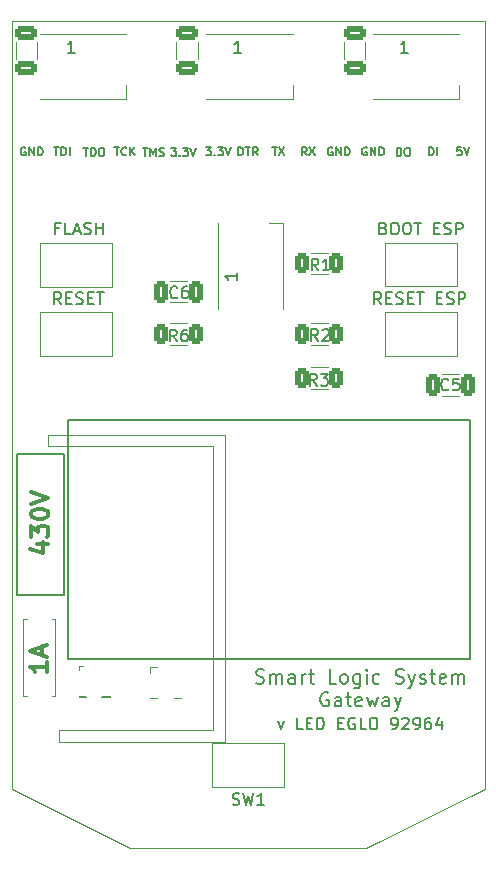
<source format=gto>
G04 #@! TF.GenerationSoftware,KiCad,Pcbnew,5.99.0-unknown-4594d88417~130~ubuntu20.04.1*
G04 #@! TF.CreationDate,2021-07-04T17:01:16+02:00*
G04 #@! TF.ProjectId,SLS,534c532e-6b69-4636-9164-5f7063625858,rev?*
G04 #@! TF.SameCoordinates,Original*
G04 #@! TF.FileFunction,Legend,Top*
G04 #@! TF.FilePolarity,Positive*
%FSLAX46Y46*%
G04 Gerber Fmt 4.6, Leading zero omitted, Abs format (unit mm)*
G04 Created by KiCad (PCBNEW 5.99.0-unknown-4594d88417~130~ubuntu20.04.1) date 2021-07-04 17:01:16*
%MOMM*%
%LPD*%
G01*
G04 APERTURE LIST*
G04 Aperture macros list*
%AMRoundRect*
0 Rectangle with rounded corners*
0 $1 Rounding radius*
0 $2 $3 $4 $5 $6 $7 $8 $9 X,Y pos of 4 corners*
0 Add a 4 corners polygon primitive as box body*
4,1,4,$2,$3,$4,$5,$6,$7,$8,$9,$2,$3,0*
0 Add four circle primitives for the rounded corners*
1,1,$1+$1,$2,$3*
1,1,$1+$1,$4,$5*
1,1,$1+$1,$6,$7*
1,1,$1+$1,$8,$9*
0 Add four rect primitives between the rounded corners*
20,1,$1+$1,$2,$3,$4,$5,0*
20,1,$1+$1,$4,$5,$6,$7,0*
20,1,$1+$1,$6,$7,$8,$9,0*
20,1,$1+$1,$8,$9,$2,$3,0*%
G04 Aperture macros list end*
G04 #@! TA.AperFunction,Profile*
%ADD10C,0.050000*%
G04 #@! TD*
%ADD11C,0.150000*%
%ADD12C,0.300000*%
%ADD13C,0.120000*%
%ADD14C,0.200000*%
%ADD15RoundRect,0.250000X-0.650000X0.325000X-0.650000X-0.325000X0.650000X-0.325000X0.650000X0.325000X0*%
%ADD16R,1.500000X1.500000*%
%ADD17R,1.500000X1.000000*%
%ADD18C,3.000000*%
%ADD19RoundRect,0.250000X-0.325000X-0.650000X0.325000X-0.650000X0.325000X0.650000X-0.325000X0.650000X0*%
%ADD20RoundRect,0.250000X-0.312500X-0.625000X0.312500X-0.625000X0.312500X0.625000X-0.312500X0.625000X0*%
%ADD21C,1.800000*%
%ADD22C,1.600000*%
%ADD23O,1.600000X1.600000*%
%ADD24C,1.524000*%
%ADD25RoundRect,0.250000X0.312500X0.625000X-0.312500X0.625000X-0.312500X-0.625000X0.312500X-0.625000X0*%
%ADD26R,1.000000X1.500000*%
%ADD27RoundRect,0.250000X0.325000X0.650000X-0.325000X0.650000X-0.325000X-0.650000X0.325000X-0.650000X0*%
%ADD28R,1.700000X1.700000*%
%ADD29O,1.700000X1.700000*%
G04 APERTURE END LIST*
D10*
X47000000Y-76000000D02*
X33000000Y-76000000D01*
X30000000Y-105000000D02*
X30000000Y-40000000D01*
X48000000Y-101000000D02*
X34000000Y-101000000D01*
X70000000Y-105000000D02*
X60000000Y-110000000D01*
X40000000Y-110000000D02*
X30000000Y-105000000D01*
X48000000Y-75000000D02*
X48000000Y-101000000D01*
X33000000Y-76000000D02*
X33000000Y-75000000D01*
X30000000Y-40000000D02*
X70000000Y-40000000D01*
X33000000Y-75000000D02*
X48000000Y-75000000D01*
X34000000Y-101000000D02*
X34000000Y-100000000D01*
X70000000Y-40000000D02*
X70000000Y-105000000D01*
X60000000Y-110000000D02*
X40000000Y-110000000D01*
X34000000Y-100000000D02*
X47000000Y-100000000D01*
X47000000Y-100000000D02*
X47000000Y-76000000D01*
D11*
X41066666Y-50716666D02*
X41466666Y-50716666D01*
X41266666Y-51416666D02*
X41266666Y-50716666D01*
X41700000Y-51416666D02*
X41700000Y-50716666D01*
X41933333Y-51216666D01*
X42166666Y-50716666D01*
X42166666Y-51416666D01*
X42466666Y-51383333D02*
X42566666Y-51416666D01*
X42733333Y-51416666D01*
X42800000Y-51383333D01*
X42833333Y-51350000D01*
X42866666Y-51283333D01*
X42866666Y-51216666D01*
X42833333Y-51150000D01*
X42800000Y-51116666D01*
X42733333Y-51083333D01*
X42600000Y-51050000D01*
X42533333Y-51016666D01*
X42500000Y-50983333D01*
X42466666Y-50916666D01*
X42466666Y-50850000D01*
X42500000Y-50783333D01*
X42533333Y-50750000D01*
X42600000Y-50716666D01*
X42766666Y-50716666D01*
X42866666Y-50750000D01*
X61433333Y-57528571D02*
X61576190Y-57576190D01*
X61623809Y-57623809D01*
X61671428Y-57719047D01*
X61671428Y-57861904D01*
X61623809Y-57957142D01*
X61576190Y-58004761D01*
X61480952Y-58052380D01*
X61100000Y-58052380D01*
X61100000Y-57052380D01*
X61433333Y-57052380D01*
X61528571Y-57100000D01*
X61576190Y-57147619D01*
X61623809Y-57242857D01*
X61623809Y-57338095D01*
X61576190Y-57433333D01*
X61528571Y-57480952D01*
X61433333Y-57528571D01*
X61100000Y-57528571D01*
X62290476Y-57052380D02*
X62480952Y-57052380D01*
X62576190Y-57100000D01*
X62671428Y-57195238D01*
X62719047Y-57385714D01*
X62719047Y-57719047D01*
X62671428Y-57909523D01*
X62576190Y-58004761D01*
X62480952Y-58052380D01*
X62290476Y-58052380D01*
X62195238Y-58004761D01*
X62100000Y-57909523D01*
X62052380Y-57719047D01*
X62052380Y-57385714D01*
X62100000Y-57195238D01*
X62195238Y-57100000D01*
X62290476Y-57052380D01*
X63338095Y-57052380D02*
X63528571Y-57052380D01*
X63623809Y-57100000D01*
X63719047Y-57195238D01*
X63766666Y-57385714D01*
X63766666Y-57719047D01*
X63719047Y-57909523D01*
X63623809Y-58004761D01*
X63528571Y-58052380D01*
X63338095Y-58052380D01*
X63242857Y-58004761D01*
X63147619Y-57909523D01*
X63100000Y-57719047D01*
X63100000Y-57385714D01*
X63147619Y-57195238D01*
X63242857Y-57100000D01*
X63338095Y-57052380D01*
X64052380Y-57052380D02*
X64623809Y-57052380D01*
X64338095Y-58052380D02*
X64338095Y-57052380D01*
X65719047Y-57528571D02*
X66052380Y-57528571D01*
X66195238Y-58052380D02*
X65719047Y-58052380D01*
X65719047Y-57052380D01*
X66195238Y-57052380D01*
X66576190Y-58004761D02*
X66719047Y-58052380D01*
X66957142Y-58052380D01*
X67052380Y-58004761D01*
X67100000Y-57957142D01*
X67147619Y-57861904D01*
X67147619Y-57766666D01*
X67100000Y-57671428D01*
X67052380Y-57623809D01*
X66957142Y-57576190D01*
X66766666Y-57528571D01*
X66671428Y-57480952D01*
X66623809Y-57433333D01*
X66576190Y-57338095D01*
X66576190Y-57242857D01*
X66623809Y-57147619D01*
X66671428Y-57100000D01*
X66766666Y-57052380D01*
X67004761Y-57052380D01*
X67147619Y-57100000D01*
X67576190Y-58052380D02*
X67576190Y-57052380D01*
X67957142Y-57052380D01*
X68052380Y-57100000D01*
X68100000Y-57147619D01*
X68147619Y-57242857D01*
X68147619Y-57385714D01*
X68100000Y-57480952D01*
X68052380Y-57528571D01*
X67957142Y-57576190D01*
X67576190Y-57576190D01*
X62550000Y-51416666D02*
X62550000Y-50716666D01*
X62716666Y-50716666D01*
X62816666Y-50750000D01*
X62883333Y-50816666D01*
X62916666Y-50883333D01*
X62950000Y-51016666D01*
X62950000Y-51116666D01*
X62916666Y-51250000D01*
X62883333Y-51316666D01*
X62816666Y-51383333D01*
X62716666Y-51416666D01*
X62550000Y-51416666D01*
X63383333Y-50716666D02*
X63516666Y-50716666D01*
X63583333Y-50750000D01*
X63650000Y-50816666D01*
X63683333Y-50950000D01*
X63683333Y-51183333D01*
X63650000Y-51316666D01*
X63583333Y-51383333D01*
X63516666Y-51416666D01*
X63383333Y-51416666D01*
X63316666Y-51383333D01*
X63250000Y-51316666D01*
X63216666Y-51183333D01*
X63216666Y-50950000D01*
X63250000Y-50816666D01*
X63316666Y-50750000D01*
X63383333Y-50716666D01*
X52016666Y-50666666D02*
X52416666Y-50666666D01*
X52216666Y-51366666D02*
X52216666Y-50666666D01*
X52583333Y-50666666D02*
X53050000Y-51366666D01*
X53050000Y-50666666D02*
X52583333Y-51366666D01*
X46416666Y-50666666D02*
X46850000Y-50666666D01*
X46616666Y-50933333D01*
X46716666Y-50933333D01*
X46783333Y-50966666D01*
X46816666Y-51000000D01*
X46850000Y-51066666D01*
X46850000Y-51233333D01*
X46816666Y-51300000D01*
X46783333Y-51333333D01*
X46716666Y-51366666D01*
X46516666Y-51366666D01*
X46450000Y-51333333D01*
X46416666Y-51300000D01*
X47150000Y-51300000D02*
X47183333Y-51333333D01*
X47150000Y-51366666D01*
X47116666Y-51333333D01*
X47150000Y-51300000D01*
X47150000Y-51366666D01*
X47416666Y-50666666D02*
X47850000Y-50666666D01*
X47616666Y-50933333D01*
X47716666Y-50933333D01*
X47783333Y-50966666D01*
X47816666Y-51000000D01*
X47850000Y-51066666D01*
X47850000Y-51233333D01*
X47816666Y-51300000D01*
X47783333Y-51333333D01*
X47716666Y-51366666D01*
X47516666Y-51366666D01*
X47450000Y-51333333D01*
X47416666Y-51300000D01*
X48050000Y-50666666D02*
X48283333Y-51366666D01*
X48516666Y-50666666D01*
X33533333Y-50666666D02*
X33933333Y-50666666D01*
X33733333Y-51366666D02*
X33733333Y-50666666D01*
X34166666Y-51366666D02*
X34166666Y-50666666D01*
X34333333Y-50666666D01*
X34433333Y-50700000D01*
X34500000Y-50766666D01*
X34533333Y-50833333D01*
X34566666Y-50966666D01*
X34566666Y-51066666D01*
X34533333Y-51200000D01*
X34500000Y-51266666D01*
X34433333Y-51333333D01*
X34333333Y-51366666D01*
X34166666Y-51366666D01*
X34866666Y-51366666D02*
X34866666Y-50666666D01*
D12*
X32978571Y-94214285D02*
X32978571Y-95071428D01*
X32978571Y-94642857D02*
X31478571Y-94642857D01*
X31692857Y-94785714D01*
X31835714Y-94928571D01*
X31907142Y-95071428D01*
X32550000Y-93642857D02*
X32550000Y-92928571D01*
X32978571Y-93785714D02*
X31478571Y-93285714D01*
X32978571Y-92785714D01*
D11*
X68016666Y-50666666D02*
X67683333Y-50666666D01*
X67650000Y-51000000D01*
X67683333Y-50966666D01*
X67750000Y-50933333D01*
X67916666Y-50933333D01*
X67983333Y-50966666D01*
X68016666Y-51000000D01*
X68050000Y-51066666D01*
X68050000Y-51233333D01*
X68016666Y-51300000D01*
X67983333Y-51333333D01*
X67916666Y-51366666D01*
X67750000Y-51366666D01*
X67683333Y-51333333D01*
X67650000Y-51300000D01*
X68250000Y-50666666D02*
X68483333Y-51366666D01*
X68716666Y-50666666D01*
X36033333Y-50716666D02*
X36433333Y-50716666D01*
X36233333Y-51416666D02*
X36233333Y-50716666D01*
X36666666Y-51416666D02*
X36666666Y-50716666D01*
X36833333Y-50716666D01*
X36933333Y-50750000D01*
X37000000Y-50816666D01*
X37033333Y-50883333D01*
X37066666Y-51016666D01*
X37066666Y-51116666D01*
X37033333Y-51250000D01*
X37000000Y-51316666D01*
X36933333Y-51383333D01*
X36833333Y-51416666D01*
X36666666Y-51416666D01*
X37500000Y-50716666D02*
X37633333Y-50716666D01*
X37700000Y-50750000D01*
X37766666Y-50816666D01*
X37800000Y-50950000D01*
X37800000Y-51183333D01*
X37766666Y-51316666D01*
X37700000Y-51383333D01*
X37633333Y-51416666D01*
X37500000Y-51416666D01*
X37433333Y-51383333D01*
X37366666Y-51316666D01*
X37333333Y-51183333D01*
X37333333Y-50950000D01*
X37366666Y-50816666D01*
X37433333Y-50750000D01*
X37500000Y-50716666D01*
X50642857Y-96019714D02*
X50814285Y-96076857D01*
X51100000Y-96076857D01*
X51214285Y-96019714D01*
X51271428Y-95962571D01*
X51328571Y-95848285D01*
X51328571Y-95734000D01*
X51271428Y-95619714D01*
X51214285Y-95562571D01*
X51100000Y-95505428D01*
X50871428Y-95448285D01*
X50757142Y-95391142D01*
X50700000Y-95334000D01*
X50642857Y-95219714D01*
X50642857Y-95105428D01*
X50700000Y-94991142D01*
X50757142Y-94934000D01*
X50871428Y-94876857D01*
X51157142Y-94876857D01*
X51328571Y-94934000D01*
X51842857Y-96076857D02*
X51842857Y-95276857D01*
X51842857Y-95391142D02*
X51900000Y-95334000D01*
X52014285Y-95276857D01*
X52185714Y-95276857D01*
X52300000Y-95334000D01*
X52357142Y-95448285D01*
X52357142Y-96076857D01*
X52357142Y-95448285D02*
X52414285Y-95334000D01*
X52528571Y-95276857D01*
X52700000Y-95276857D01*
X52814285Y-95334000D01*
X52871428Y-95448285D01*
X52871428Y-96076857D01*
X53957142Y-96076857D02*
X53957142Y-95448285D01*
X53900000Y-95334000D01*
X53785714Y-95276857D01*
X53557142Y-95276857D01*
X53442857Y-95334000D01*
X53957142Y-96019714D02*
X53842857Y-96076857D01*
X53557142Y-96076857D01*
X53442857Y-96019714D01*
X53385714Y-95905428D01*
X53385714Y-95791142D01*
X53442857Y-95676857D01*
X53557142Y-95619714D01*
X53842857Y-95619714D01*
X53957142Y-95562571D01*
X54528571Y-96076857D02*
X54528571Y-95276857D01*
X54528571Y-95505428D02*
X54585714Y-95391142D01*
X54642857Y-95334000D01*
X54757142Y-95276857D01*
X54871428Y-95276857D01*
X55100000Y-95276857D02*
X55557142Y-95276857D01*
X55271428Y-94876857D02*
X55271428Y-95905428D01*
X55328571Y-96019714D01*
X55442857Y-96076857D01*
X55557142Y-96076857D01*
X57442857Y-96076857D02*
X56871428Y-96076857D01*
X56871428Y-94876857D01*
X58014285Y-96076857D02*
X57900000Y-96019714D01*
X57842857Y-95962571D01*
X57785714Y-95848285D01*
X57785714Y-95505428D01*
X57842857Y-95391142D01*
X57900000Y-95334000D01*
X58014285Y-95276857D01*
X58185714Y-95276857D01*
X58300000Y-95334000D01*
X58357142Y-95391142D01*
X58414285Y-95505428D01*
X58414285Y-95848285D01*
X58357142Y-95962571D01*
X58300000Y-96019714D01*
X58185714Y-96076857D01*
X58014285Y-96076857D01*
X59442857Y-95276857D02*
X59442857Y-96248285D01*
X59385714Y-96362571D01*
X59328571Y-96419714D01*
X59214285Y-96476857D01*
X59042857Y-96476857D01*
X58928571Y-96419714D01*
X59442857Y-96019714D02*
X59328571Y-96076857D01*
X59100000Y-96076857D01*
X58985714Y-96019714D01*
X58928571Y-95962571D01*
X58871428Y-95848285D01*
X58871428Y-95505428D01*
X58928571Y-95391142D01*
X58985714Y-95334000D01*
X59100000Y-95276857D01*
X59328571Y-95276857D01*
X59442857Y-95334000D01*
X60014285Y-96076857D02*
X60014285Y-95276857D01*
X60014285Y-94876857D02*
X59957142Y-94934000D01*
X60014285Y-94991142D01*
X60071428Y-94934000D01*
X60014285Y-94876857D01*
X60014285Y-94991142D01*
X61100000Y-96019714D02*
X60985714Y-96076857D01*
X60757142Y-96076857D01*
X60642857Y-96019714D01*
X60585714Y-95962571D01*
X60528571Y-95848285D01*
X60528571Y-95505428D01*
X60585714Y-95391142D01*
X60642857Y-95334000D01*
X60757142Y-95276857D01*
X60985714Y-95276857D01*
X61100000Y-95334000D01*
X62471428Y-96019714D02*
X62642857Y-96076857D01*
X62928571Y-96076857D01*
X63042857Y-96019714D01*
X63100000Y-95962571D01*
X63157142Y-95848285D01*
X63157142Y-95734000D01*
X63100000Y-95619714D01*
X63042857Y-95562571D01*
X62928571Y-95505428D01*
X62700000Y-95448285D01*
X62585714Y-95391142D01*
X62528571Y-95334000D01*
X62471428Y-95219714D01*
X62471428Y-95105428D01*
X62528571Y-94991142D01*
X62585714Y-94934000D01*
X62700000Y-94876857D01*
X62985714Y-94876857D01*
X63157142Y-94934000D01*
X63557142Y-95276857D02*
X63842857Y-96076857D01*
X64128571Y-95276857D02*
X63842857Y-96076857D01*
X63728571Y-96362571D01*
X63671428Y-96419714D01*
X63557142Y-96476857D01*
X64528571Y-96019714D02*
X64642857Y-96076857D01*
X64871428Y-96076857D01*
X64985714Y-96019714D01*
X65042857Y-95905428D01*
X65042857Y-95848285D01*
X64985714Y-95734000D01*
X64871428Y-95676857D01*
X64700000Y-95676857D01*
X64585714Y-95619714D01*
X64528571Y-95505428D01*
X64528571Y-95448285D01*
X64585714Y-95334000D01*
X64700000Y-95276857D01*
X64871428Y-95276857D01*
X64985714Y-95334000D01*
X65385714Y-95276857D02*
X65842857Y-95276857D01*
X65557142Y-94876857D02*
X65557142Y-95905428D01*
X65614285Y-96019714D01*
X65728571Y-96076857D01*
X65842857Y-96076857D01*
X66700000Y-96019714D02*
X66585714Y-96076857D01*
X66357142Y-96076857D01*
X66242857Y-96019714D01*
X66185714Y-95905428D01*
X66185714Y-95448285D01*
X66242857Y-95334000D01*
X66357142Y-95276857D01*
X66585714Y-95276857D01*
X66700000Y-95334000D01*
X66757142Y-95448285D01*
X66757142Y-95562571D01*
X66185714Y-95676857D01*
X67271428Y-96076857D02*
X67271428Y-95276857D01*
X67271428Y-95391142D02*
X67328571Y-95334000D01*
X67442857Y-95276857D01*
X67614285Y-95276857D01*
X67728571Y-95334000D01*
X67785714Y-95448285D01*
X67785714Y-96076857D01*
X67785714Y-95448285D02*
X67842857Y-95334000D01*
X67957142Y-95276857D01*
X68128571Y-95276857D01*
X68242857Y-95334000D01*
X68300000Y-95448285D01*
X68300000Y-96076857D01*
X56785714Y-96866000D02*
X56671428Y-96808857D01*
X56499999Y-96808857D01*
X56328571Y-96866000D01*
X56214285Y-96980285D01*
X56157142Y-97094571D01*
X56099999Y-97323142D01*
X56099999Y-97494571D01*
X56157142Y-97723142D01*
X56214285Y-97837428D01*
X56328571Y-97951714D01*
X56499999Y-98008857D01*
X56614285Y-98008857D01*
X56785714Y-97951714D01*
X56842857Y-97894571D01*
X56842857Y-97494571D01*
X56614285Y-97494571D01*
X57871428Y-98008857D02*
X57871428Y-97380285D01*
X57814285Y-97266000D01*
X57699999Y-97208857D01*
X57471428Y-97208857D01*
X57357142Y-97266000D01*
X57871428Y-97951714D02*
X57757142Y-98008857D01*
X57471428Y-98008857D01*
X57357142Y-97951714D01*
X57299999Y-97837428D01*
X57299999Y-97723142D01*
X57357142Y-97608857D01*
X57471428Y-97551714D01*
X57757142Y-97551714D01*
X57871428Y-97494571D01*
X58271428Y-97208857D02*
X58728571Y-97208857D01*
X58442857Y-96808857D02*
X58442857Y-97837428D01*
X58499999Y-97951714D01*
X58614285Y-98008857D01*
X58728571Y-98008857D01*
X59585714Y-97951714D02*
X59471428Y-98008857D01*
X59242857Y-98008857D01*
X59128571Y-97951714D01*
X59071428Y-97837428D01*
X59071428Y-97380285D01*
X59128571Y-97266000D01*
X59242857Y-97208857D01*
X59471428Y-97208857D01*
X59585714Y-97266000D01*
X59642857Y-97380285D01*
X59642857Y-97494571D01*
X59071428Y-97608857D01*
X60042857Y-97208857D02*
X60271428Y-98008857D01*
X60499999Y-97437428D01*
X60728571Y-98008857D01*
X60957142Y-97208857D01*
X61928571Y-98008857D02*
X61928571Y-97380285D01*
X61871428Y-97266000D01*
X61757142Y-97208857D01*
X61528571Y-97208857D01*
X61414285Y-97266000D01*
X61928571Y-97951714D02*
X61814285Y-98008857D01*
X61528571Y-98008857D01*
X61414285Y-97951714D01*
X61357142Y-97837428D01*
X61357142Y-97723142D01*
X61414285Y-97608857D01*
X61528571Y-97551714D01*
X61814285Y-97551714D01*
X61928571Y-97494571D01*
X62385714Y-97208857D02*
X62671428Y-98008857D01*
X62957142Y-97208857D02*
X62671428Y-98008857D01*
X62557142Y-98294571D01*
X62499999Y-98351714D01*
X62385714Y-98408857D01*
X43466666Y-50716666D02*
X43900000Y-50716666D01*
X43666666Y-50983333D01*
X43766666Y-50983333D01*
X43833333Y-51016666D01*
X43866666Y-51050000D01*
X43900000Y-51116666D01*
X43900000Y-51283333D01*
X43866666Y-51350000D01*
X43833333Y-51383333D01*
X43766666Y-51416666D01*
X43566666Y-51416666D01*
X43500000Y-51383333D01*
X43466666Y-51350000D01*
X44200000Y-51350000D02*
X44233333Y-51383333D01*
X44200000Y-51416666D01*
X44166666Y-51383333D01*
X44200000Y-51350000D01*
X44200000Y-51416666D01*
X44466666Y-50716666D02*
X44900000Y-50716666D01*
X44666666Y-50983333D01*
X44766666Y-50983333D01*
X44833333Y-51016666D01*
X44866666Y-51050000D01*
X44900000Y-51116666D01*
X44900000Y-51283333D01*
X44866666Y-51350000D01*
X44833333Y-51383333D01*
X44766666Y-51416666D01*
X44566666Y-51416666D01*
X44500000Y-51383333D01*
X44466666Y-51350000D01*
X45100000Y-50716666D02*
X45333333Y-51416666D01*
X45566666Y-50716666D01*
X52500000Y-99285714D02*
X52738095Y-99952380D01*
X52976190Y-99285714D01*
X54595238Y-99952380D02*
X54119047Y-99952380D01*
X54119047Y-98952380D01*
X54928571Y-99428571D02*
X55261904Y-99428571D01*
X55404761Y-99952380D02*
X54928571Y-99952380D01*
X54928571Y-98952380D01*
X55404761Y-98952380D01*
X55833333Y-99952380D02*
X55833333Y-98952380D01*
X56071428Y-98952380D01*
X56214285Y-99000000D01*
X56309523Y-99095238D01*
X56357142Y-99190476D01*
X56404761Y-99380952D01*
X56404761Y-99523809D01*
X56357142Y-99714285D01*
X56309523Y-99809523D01*
X56214285Y-99904761D01*
X56071428Y-99952380D01*
X55833333Y-99952380D01*
X57595238Y-99428571D02*
X57928571Y-99428571D01*
X58071428Y-99952380D02*
X57595238Y-99952380D01*
X57595238Y-98952380D01*
X58071428Y-98952380D01*
X59023809Y-99000000D02*
X58928571Y-98952380D01*
X58785714Y-98952380D01*
X58642857Y-99000000D01*
X58547619Y-99095238D01*
X58500000Y-99190476D01*
X58452380Y-99380952D01*
X58452380Y-99523809D01*
X58500000Y-99714285D01*
X58547619Y-99809523D01*
X58642857Y-99904761D01*
X58785714Y-99952380D01*
X58880952Y-99952380D01*
X59023809Y-99904761D01*
X59071428Y-99857142D01*
X59071428Y-99523809D01*
X58880952Y-99523809D01*
X59976190Y-99952380D02*
X59500000Y-99952380D01*
X59500000Y-98952380D01*
X60500000Y-98952380D02*
X60690476Y-98952380D01*
X60785714Y-99000000D01*
X60880952Y-99095238D01*
X60928571Y-99285714D01*
X60928571Y-99619047D01*
X60880952Y-99809523D01*
X60785714Y-99904761D01*
X60690476Y-99952380D01*
X60500000Y-99952380D01*
X60404761Y-99904761D01*
X60309523Y-99809523D01*
X60261904Y-99619047D01*
X60261904Y-99285714D01*
X60309523Y-99095238D01*
X60404761Y-99000000D01*
X60500000Y-98952380D01*
X62166666Y-99952380D02*
X62357142Y-99952380D01*
X62452380Y-99904761D01*
X62500000Y-99857142D01*
X62595238Y-99714285D01*
X62642857Y-99523809D01*
X62642857Y-99142857D01*
X62595238Y-99047619D01*
X62547619Y-99000000D01*
X62452380Y-98952380D01*
X62261904Y-98952380D01*
X62166666Y-99000000D01*
X62119047Y-99047619D01*
X62071428Y-99142857D01*
X62071428Y-99380952D01*
X62119047Y-99476190D01*
X62166666Y-99523809D01*
X62261904Y-99571428D01*
X62452380Y-99571428D01*
X62547619Y-99523809D01*
X62595238Y-99476190D01*
X62642857Y-99380952D01*
X63023809Y-99047619D02*
X63071428Y-99000000D01*
X63166666Y-98952380D01*
X63404761Y-98952380D01*
X63500000Y-99000000D01*
X63547619Y-99047619D01*
X63595238Y-99142857D01*
X63595238Y-99238095D01*
X63547619Y-99380952D01*
X62976190Y-99952380D01*
X63595238Y-99952380D01*
X64071428Y-99952380D02*
X64261904Y-99952380D01*
X64357142Y-99904761D01*
X64404761Y-99857142D01*
X64500000Y-99714285D01*
X64547619Y-99523809D01*
X64547619Y-99142857D01*
X64500000Y-99047619D01*
X64452380Y-99000000D01*
X64357142Y-98952380D01*
X64166666Y-98952380D01*
X64071428Y-99000000D01*
X64023809Y-99047619D01*
X63976190Y-99142857D01*
X63976190Y-99380952D01*
X64023809Y-99476190D01*
X64071428Y-99523809D01*
X64166666Y-99571428D01*
X64357142Y-99571428D01*
X64452380Y-99523809D01*
X64500000Y-99476190D01*
X64547619Y-99380952D01*
X65404761Y-98952380D02*
X65214285Y-98952380D01*
X65119047Y-99000000D01*
X65071428Y-99047619D01*
X64976190Y-99190476D01*
X64928571Y-99380952D01*
X64928571Y-99761904D01*
X64976190Y-99857142D01*
X65023809Y-99904761D01*
X65119047Y-99952380D01*
X65309523Y-99952380D01*
X65404761Y-99904761D01*
X65452380Y-99857142D01*
X65500000Y-99761904D01*
X65500000Y-99523809D01*
X65452380Y-99428571D01*
X65404761Y-99380952D01*
X65309523Y-99333333D01*
X65119047Y-99333333D01*
X65023809Y-99380952D01*
X64976190Y-99428571D01*
X64928571Y-99523809D01*
X66357142Y-99285714D02*
X66357142Y-99952380D01*
X66119047Y-98904761D02*
X65880952Y-99619047D01*
X66500000Y-99619047D01*
D12*
X32078571Y-84285714D02*
X33078571Y-84285714D01*
X31507142Y-84642857D02*
X32578571Y-85000000D01*
X32578571Y-84071428D01*
X31578571Y-83642857D02*
X31578571Y-82714285D01*
X32150000Y-83214285D01*
X32150000Y-83000000D01*
X32221428Y-82857142D01*
X32292857Y-82785714D01*
X32435714Y-82714285D01*
X32792857Y-82714285D01*
X32935714Y-82785714D01*
X33007142Y-82857142D01*
X33078571Y-83000000D01*
X33078571Y-83428571D01*
X33007142Y-83571428D01*
X32935714Y-83642857D01*
X31578571Y-81785714D02*
X31578571Y-81642857D01*
X31650000Y-81500000D01*
X31721428Y-81428571D01*
X31864285Y-81357142D01*
X32150000Y-81285714D01*
X32507142Y-81285714D01*
X32792857Y-81357142D01*
X32935714Y-81428571D01*
X33007142Y-81500000D01*
X33078571Y-81642857D01*
X33078571Y-81785714D01*
X33007142Y-81928571D01*
X32935714Y-82000000D01*
X32792857Y-82071428D01*
X32507142Y-82142857D01*
X32150000Y-82142857D01*
X31864285Y-82071428D01*
X31721428Y-82000000D01*
X31650000Y-81928571D01*
X31578571Y-81785714D01*
X31578571Y-80857142D02*
X33078571Y-80357142D01*
X31578571Y-79857142D01*
D11*
X61238095Y-63952380D02*
X60904761Y-63476190D01*
X60666666Y-63952380D02*
X60666666Y-62952380D01*
X61047619Y-62952380D01*
X61142857Y-63000000D01*
X61190476Y-63047619D01*
X61238095Y-63142857D01*
X61238095Y-63285714D01*
X61190476Y-63380952D01*
X61142857Y-63428571D01*
X61047619Y-63476190D01*
X60666666Y-63476190D01*
X61666666Y-63428571D02*
X62000000Y-63428571D01*
X62142857Y-63952380D02*
X61666666Y-63952380D01*
X61666666Y-62952380D01*
X62142857Y-62952380D01*
X62523809Y-63904761D02*
X62666666Y-63952380D01*
X62904761Y-63952380D01*
X63000000Y-63904761D01*
X63047619Y-63857142D01*
X63095238Y-63761904D01*
X63095238Y-63666666D01*
X63047619Y-63571428D01*
X63000000Y-63523809D01*
X62904761Y-63476190D01*
X62714285Y-63428571D01*
X62619047Y-63380952D01*
X62571428Y-63333333D01*
X62523809Y-63238095D01*
X62523809Y-63142857D01*
X62571428Y-63047619D01*
X62619047Y-63000000D01*
X62714285Y-62952380D01*
X62952380Y-62952380D01*
X63095238Y-63000000D01*
X63523809Y-63428571D02*
X63857142Y-63428571D01*
X64000000Y-63952380D02*
X63523809Y-63952380D01*
X63523809Y-62952380D01*
X64000000Y-62952380D01*
X64285714Y-62952380D02*
X64857142Y-62952380D01*
X64571428Y-63952380D02*
X64571428Y-62952380D01*
X65952380Y-63428571D02*
X66285714Y-63428571D01*
X66428571Y-63952380D02*
X65952380Y-63952380D01*
X65952380Y-62952380D01*
X66428571Y-62952380D01*
X66809523Y-63904761D02*
X66952380Y-63952380D01*
X67190476Y-63952380D01*
X67285714Y-63904761D01*
X67333333Y-63857142D01*
X67380952Y-63761904D01*
X67380952Y-63666666D01*
X67333333Y-63571428D01*
X67285714Y-63523809D01*
X67190476Y-63476190D01*
X67000000Y-63428571D01*
X66904761Y-63380952D01*
X66857142Y-63333333D01*
X66809523Y-63238095D01*
X66809523Y-63142857D01*
X66857142Y-63047619D01*
X66904761Y-63000000D01*
X67000000Y-62952380D01*
X67238095Y-62952380D01*
X67380952Y-63000000D01*
X67809523Y-63952380D02*
X67809523Y-62952380D01*
X68190476Y-62952380D01*
X68285714Y-63000000D01*
X68333333Y-63047619D01*
X68380952Y-63142857D01*
X68380952Y-63285714D01*
X68333333Y-63380952D01*
X68285714Y-63428571D01*
X68190476Y-63476190D01*
X67809523Y-63476190D01*
X57116666Y-50700000D02*
X57050000Y-50666666D01*
X56950000Y-50666666D01*
X56850000Y-50700000D01*
X56783333Y-50766666D01*
X56750000Y-50833333D01*
X56716666Y-50966666D01*
X56716666Y-51066666D01*
X56750000Y-51200000D01*
X56783333Y-51266666D01*
X56850000Y-51333333D01*
X56950000Y-51366666D01*
X57016666Y-51366666D01*
X57116666Y-51333333D01*
X57150000Y-51300000D01*
X57150000Y-51066666D01*
X57016666Y-51066666D01*
X57450000Y-51366666D02*
X57450000Y-50666666D01*
X57850000Y-51366666D01*
X57850000Y-50666666D01*
X58183333Y-51366666D02*
X58183333Y-50666666D01*
X58350000Y-50666666D01*
X58450000Y-50700000D01*
X58516666Y-50766666D01*
X58550000Y-50833333D01*
X58583333Y-50966666D01*
X58583333Y-51066666D01*
X58550000Y-51200000D01*
X58516666Y-51266666D01*
X58450000Y-51333333D01*
X58350000Y-51366666D01*
X58183333Y-51366666D01*
X31116666Y-50700000D02*
X31050000Y-50666666D01*
X30950000Y-50666666D01*
X30850000Y-50700000D01*
X30783333Y-50766666D01*
X30750000Y-50833333D01*
X30716666Y-50966666D01*
X30716666Y-51066666D01*
X30750000Y-51200000D01*
X30783333Y-51266666D01*
X30850000Y-51333333D01*
X30950000Y-51366666D01*
X31016666Y-51366666D01*
X31116666Y-51333333D01*
X31150000Y-51300000D01*
X31150000Y-51066666D01*
X31016666Y-51066666D01*
X31450000Y-51366666D02*
X31450000Y-50666666D01*
X31850000Y-51366666D01*
X31850000Y-50666666D01*
X32183333Y-51366666D02*
X32183333Y-50666666D01*
X32350000Y-50666666D01*
X32450000Y-50700000D01*
X32516666Y-50766666D01*
X32550000Y-50833333D01*
X32583333Y-50966666D01*
X32583333Y-51066666D01*
X32550000Y-51200000D01*
X32516666Y-51266666D01*
X32450000Y-51333333D01*
X32350000Y-51366666D01*
X32183333Y-51366666D01*
X65300000Y-51366666D02*
X65300000Y-50666666D01*
X65466666Y-50666666D01*
X65566666Y-50700000D01*
X65633333Y-50766666D01*
X65666666Y-50833333D01*
X65700000Y-50966666D01*
X65700000Y-51066666D01*
X65666666Y-51200000D01*
X65633333Y-51266666D01*
X65566666Y-51333333D01*
X65466666Y-51366666D01*
X65300000Y-51366666D01*
X66000000Y-51366666D02*
X66000000Y-50666666D01*
X54933333Y-51366666D02*
X54700000Y-51033333D01*
X54533333Y-51366666D02*
X54533333Y-50666666D01*
X54800000Y-50666666D01*
X54866666Y-50700000D01*
X54900000Y-50733333D01*
X54933333Y-50800000D01*
X54933333Y-50900000D01*
X54900000Y-50966666D01*
X54866666Y-51000000D01*
X54800000Y-51033333D01*
X54533333Y-51033333D01*
X55166666Y-50666666D02*
X55633333Y-51366666D01*
X55633333Y-50666666D02*
X55166666Y-51366666D01*
X49150000Y-51366666D02*
X49150000Y-50666666D01*
X49316666Y-50666666D01*
X49416666Y-50700000D01*
X49483333Y-50766666D01*
X49516666Y-50833333D01*
X49550000Y-50966666D01*
X49550000Y-51066666D01*
X49516666Y-51200000D01*
X49483333Y-51266666D01*
X49416666Y-51333333D01*
X49316666Y-51366666D01*
X49150000Y-51366666D01*
X49750000Y-50666666D02*
X50150000Y-50666666D01*
X49950000Y-51366666D02*
X49950000Y-50666666D01*
X50783333Y-51366666D02*
X50550000Y-51033333D01*
X50383333Y-51366666D02*
X50383333Y-50666666D01*
X50650000Y-50666666D01*
X50716666Y-50700000D01*
X50750000Y-50733333D01*
X50783333Y-50800000D01*
X50783333Y-50900000D01*
X50750000Y-50966666D01*
X50716666Y-51000000D01*
X50650000Y-51033333D01*
X50383333Y-51033333D01*
X34147619Y-63952380D02*
X33814285Y-63476190D01*
X33576190Y-63952380D02*
X33576190Y-62952380D01*
X33957142Y-62952380D01*
X34052380Y-63000000D01*
X34100000Y-63047619D01*
X34147619Y-63142857D01*
X34147619Y-63285714D01*
X34100000Y-63380952D01*
X34052380Y-63428571D01*
X33957142Y-63476190D01*
X33576190Y-63476190D01*
X34576190Y-63428571D02*
X34909523Y-63428571D01*
X35052380Y-63952380D02*
X34576190Y-63952380D01*
X34576190Y-62952380D01*
X35052380Y-62952380D01*
X35433333Y-63904761D02*
X35576190Y-63952380D01*
X35814285Y-63952380D01*
X35909523Y-63904761D01*
X35957142Y-63857142D01*
X36004761Y-63761904D01*
X36004761Y-63666666D01*
X35957142Y-63571428D01*
X35909523Y-63523809D01*
X35814285Y-63476190D01*
X35623809Y-63428571D01*
X35528571Y-63380952D01*
X35480952Y-63333333D01*
X35433333Y-63238095D01*
X35433333Y-63142857D01*
X35480952Y-63047619D01*
X35528571Y-63000000D01*
X35623809Y-62952380D01*
X35861904Y-62952380D01*
X36004761Y-63000000D01*
X36433333Y-63428571D02*
X36766666Y-63428571D01*
X36909523Y-63952380D02*
X36433333Y-63952380D01*
X36433333Y-62952380D01*
X36909523Y-62952380D01*
X37195238Y-62952380D02*
X37766666Y-62952380D01*
X37480952Y-63952380D02*
X37480952Y-62952380D01*
X60016666Y-50700000D02*
X59950000Y-50666666D01*
X59850000Y-50666666D01*
X59750000Y-50700000D01*
X59683333Y-50766666D01*
X59650000Y-50833333D01*
X59616666Y-50966666D01*
X59616666Y-51066666D01*
X59650000Y-51200000D01*
X59683333Y-51266666D01*
X59750000Y-51333333D01*
X59850000Y-51366666D01*
X59916666Y-51366666D01*
X60016666Y-51333333D01*
X60050000Y-51300000D01*
X60050000Y-51066666D01*
X59916666Y-51066666D01*
X60350000Y-51366666D02*
X60350000Y-50666666D01*
X60750000Y-51366666D01*
X60750000Y-50666666D01*
X61083333Y-51366666D02*
X61083333Y-50666666D01*
X61250000Y-50666666D01*
X61350000Y-50700000D01*
X61416666Y-50766666D01*
X61450000Y-50833333D01*
X61483333Y-50966666D01*
X61483333Y-51066666D01*
X61450000Y-51200000D01*
X61416666Y-51266666D01*
X61350000Y-51333333D01*
X61250000Y-51366666D01*
X61083333Y-51366666D01*
X48666666Y-106304761D02*
X48809523Y-106352380D01*
X49047619Y-106352380D01*
X49142857Y-106304761D01*
X49190476Y-106257142D01*
X49238095Y-106161904D01*
X49238095Y-106066666D01*
X49190476Y-105971428D01*
X49142857Y-105923809D01*
X49047619Y-105876190D01*
X48857142Y-105828571D01*
X48761904Y-105780952D01*
X48714285Y-105733333D01*
X48666666Y-105638095D01*
X48666666Y-105542857D01*
X48714285Y-105447619D01*
X48761904Y-105400000D01*
X48857142Y-105352380D01*
X49095238Y-105352380D01*
X49238095Y-105400000D01*
X49571428Y-105352380D02*
X49809523Y-106352380D01*
X50000000Y-105638095D01*
X50190476Y-106352380D01*
X50428571Y-105352380D01*
X51333333Y-106352380D02*
X50761904Y-106352380D01*
X51047619Y-106352380D02*
X51047619Y-105352380D01*
X50952380Y-105495238D01*
X50857142Y-105590476D01*
X50761904Y-105638095D01*
X38650000Y-50666666D02*
X39050000Y-50666666D01*
X38850000Y-51366666D02*
X38850000Y-50666666D01*
X39683333Y-51300000D02*
X39650000Y-51333333D01*
X39550000Y-51366666D01*
X39483333Y-51366666D01*
X39383333Y-51333333D01*
X39316666Y-51266666D01*
X39283333Y-51200000D01*
X39250000Y-51066666D01*
X39250000Y-50966666D01*
X39283333Y-50833333D01*
X39316666Y-50766666D01*
X39383333Y-50700000D01*
X39483333Y-50666666D01*
X39550000Y-50666666D01*
X39650000Y-50700000D01*
X39683333Y-50733333D01*
X39983333Y-51366666D02*
X39983333Y-50666666D01*
X40383333Y-51366666D02*
X40083333Y-50966666D01*
X40383333Y-50666666D02*
X39983333Y-51066666D01*
X33959523Y-57528571D02*
X33626190Y-57528571D01*
X33626190Y-58052380D02*
X33626190Y-57052380D01*
X34102380Y-57052380D01*
X34959523Y-58052380D02*
X34483333Y-58052380D01*
X34483333Y-57052380D01*
X35245238Y-57766666D02*
X35721428Y-57766666D01*
X35150000Y-58052380D02*
X35483333Y-57052380D01*
X35816666Y-58052380D01*
X36102380Y-58004761D02*
X36245238Y-58052380D01*
X36483333Y-58052380D01*
X36578571Y-58004761D01*
X36626190Y-57957142D01*
X36673809Y-57861904D01*
X36673809Y-57766666D01*
X36626190Y-57671428D01*
X36578571Y-57623809D01*
X36483333Y-57576190D01*
X36292857Y-57528571D01*
X36197619Y-57480952D01*
X36150000Y-57433333D01*
X36102380Y-57338095D01*
X36102380Y-57242857D01*
X36150000Y-57147619D01*
X36197619Y-57100000D01*
X36292857Y-57052380D01*
X36530952Y-57052380D01*
X36673809Y-57100000D01*
X37102380Y-58052380D02*
X37102380Y-57052380D01*
X37102380Y-57528571D02*
X37673809Y-57528571D01*
X37673809Y-58052380D02*
X37673809Y-57052380D01*
X49385714Y-42652380D02*
X48814285Y-42652380D01*
X49100000Y-42652380D02*
X49100000Y-41652380D01*
X49004761Y-41795238D01*
X48909523Y-41890476D01*
X48814285Y-41938095D01*
X66933333Y-71157142D02*
X66885714Y-71204761D01*
X66742857Y-71252380D01*
X66647619Y-71252380D01*
X66504761Y-71204761D01*
X66409523Y-71109523D01*
X66361904Y-71014285D01*
X66314285Y-70823809D01*
X66314285Y-70680952D01*
X66361904Y-70490476D01*
X66409523Y-70395238D01*
X66504761Y-70300000D01*
X66647619Y-70252380D01*
X66742857Y-70252380D01*
X66885714Y-70300000D01*
X66933333Y-70347619D01*
X67838095Y-70252380D02*
X67361904Y-70252380D01*
X67314285Y-70728571D01*
X67361904Y-70680952D01*
X67457142Y-70633333D01*
X67695238Y-70633333D01*
X67790476Y-70680952D01*
X67838095Y-70728571D01*
X67885714Y-70823809D01*
X67885714Y-71061904D01*
X67838095Y-71157142D01*
X67790476Y-71204761D01*
X67695238Y-71252380D01*
X67457142Y-71252380D01*
X67361904Y-71204761D01*
X67314285Y-71157142D01*
X55933333Y-61102380D02*
X55600000Y-60626190D01*
X55361904Y-61102380D02*
X55361904Y-60102380D01*
X55742857Y-60102380D01*
X55838095Y-60150000D01*
X55885714Y-60197619D01*
X55933333Y-60292857D01*
X55933333Y-60435714D01*
X55885714Y-60530952D01*
X55838095Y-60578571D01*
X55742857Y-60626190D01*
X55361904Y-60626190D01*
X56885714Y-61102380D02*
X56314285Y-61102380D01*
X56600000Y-61102380D02*
X56600000Y-60102380D01*
X56504761Y-60245238D01*
X56409523Y-60340476D01*
X56314285Y-60388095D01*
X35285714Y-42652380D02*
X34714285Y-42652380D01*
X35000000Y-42652380D02*
X35000000Y-41652380D01*
X34904761Y-41795238D01*
X34809523Y-41890476D01*
X34714285Y-41938095D01*
X63485714Y-42652380D02*
X62914285Y-42652380D01*
X63200000Y-42652380D02*
X63200000Y-41652380D01*
X63104761Y-41795238D01*
X63009523Y-41890476D01*
X62914285Y-41938095D01*
X43933333Y-67102380D02*
X43600000Y-66626190D01*
X43361904Y-67102380D02*
X43361904Y-66102380D01*
X43742857Y-66102380D01*
X43838095Y-66150000D01*
X43885714Y-66197619D01*
X43933333Y-66292857D01*
X43933333Y-66435714D01*
X43885714Y-66530952D01*
X43838095Y-66578571D01*
X43742857Y-66626190D01*
X43361904Y-66626190D01*
X44790476Y-66102380D02*
X44600000Y-66102380D01*
X44504761Y-66150000D01*
X44457142Y-66197619D01*
X44361904Y-66340476D01*
X44314285Y-66530952D01*
X44314285Y-66911904D01*
X44361904Y-67007142D01*
X44409523Y-67054761D01*
X44504761Y-67102380D01*
X44695238Y-67102380D01*
X44790476Y-67054761D01*
X44838095Y-67007142D01*
X44885714Y-66911904D01*
X44885714Y-66673809D01*
X44838095Y-66578571D01*
X44790476Y-66530952D01*
X44695238Y-66483333D01*
X44504761Y-66483333D01*
X44409523Y-66530952D01*
X44361904Y-66578571D01*
X44314285Y-66673809D01*
X55783333Y-70852380D02*
X55450000Y-70376190D01*
X55211904Y-70852380D02*
X55211904Y-69852380D01*
X55592857Y-69852380D01*
X55688095Y-69900000D01*
X55735714Y-69947619D01*
X55783333Y-70042857D01*
X55783333Y-70185714D01*
X55735714Y-70280952D01*
X55688095Y-70328571D01*
X55592857Y-70376190D01*
X55211904Y-70376190D01*
X56116666Y-69852380D02*
X56735714Y-69852380D01*
X56402380Y-70233333D01*
X56545238Y-70233333D01*
X56640476Y-70280952D01*
X56688095Y-70328571D01*
X56735714Y-70423809D01*
X56735714Y-70661904D01*
X56688095Y-70757142D01*
X56640476Y-70804761D01*
X56545238Y-70852380D01*
X56259523Y-70852380D01*
X56164285Y-70804761D01*
X56116666Y-70757142D01*
X49002380Y-61314285D02*
X49002380Y-61885714D01*
X49002380Y-61600000D02*
X48002380Y-61600000D01*
X48145238Y-61695238D01*
X48240476Y-61790476D01*
X48288095Y-61885714D01*
X55883333Y-67052380D02*
X55550000Y-66576190D01*
X55311904Y-67052380D02*
X55311904Y-66052380D01*
X55692857Y-66052380D01*
X55788095Y-66100000D01*
X55835714Y-66147619D01*
X55883333Y-66242857D01*
X55883333Y-66385714D01*
X55835714Y-66480952D01*
X55788095Y-66528571D01*
X55692857Y-66576190D01*
X55311904Y-66576190D01*
X56264285Y-66147619D02*
X56311904Y-66100000D01*
X56407142Y-66052380D01*
X56645238Y-66052380D01*
X56740476Y-66100000D01*
X56788095Y-66147619D01*
X56835714Y-66242857D01*
X56835714Y-66338095D01*
X56788095Y-66480952D01*
X56216666Y-67052380D01*
X56835714Y-67052380D01*
X43983333Y-63357142D02*
X43935714Y-63404761D01*
X43792857Y-63452380D01*
X43697619Y-63452380D01*
X43554761Y-63404761D01*
X43459523Y-63309523D01*
X43411904Y-63214285D01*
X43364285Y-63023809D01*
X43364285Y-62880952D01*
X43411904Y-62690476D01*
X43459523Y-62595238D01*
X43554761Y-62500000D01*
X43697619Y-62452380D01*
X43792857Y-62452380D01*
X43935714Y-62500000D01*
X43983333Y-62547619D01*
X44840476Y-62452380D02*
X44650000Y-62452380D01*
X44554761Y-62500000D01*
X44507142Y-62547619D01*
X44411904Y-62690476D01*
X44364285Y-62880952D01*
X44364285Y-63261904D01*
X44411904Y-63357142D01*
X44459523Y-63404761D01*
X44554761Y-63452380D01*
X44745238Y-63452380D01*
X44840476Y-63404761D01*
X44888095Y-63357142D01*
X44935714Y-63261904D01*
X44935714Y-63023809D01*
X44888095Y-62928571D01*
X44840476Y-62880952D01*
X44745238Y-62833333D01*
X44554761Y-62833333D01*
X44459523Y-62880952D01*
X44411904Y-62928571D01*
X44364285Y-63023809D01*
D13*
X59910000Y-41788748D02*
X59910000Y-43211252D01*
X58090000Y-41788748D02*
X58090000Y-43211252D01*
X38460000Y-64650000D02*
X38460000Y-68350000D01*
X38460000Y-68350000D02*
X32340000Y-68350000D01*
X32340000Y-64650000D02*
X38460000Y-64650000D01*
X32340000Y-68350000D02*
X32340000Y-64650000D01*
X61540000Y-68350000D02*
X61540000Y-64650000D01*
X61540000Y-64650000D02*
X67660000Y-64650000D01*
X67660000Y-68350000D02*
X61540000Y-68350000D01*
X67660000Y-64650000D02*
X67660000Y-68350000D01*
X46450000Y-46550000D02*
X53750000Y-46550000D01*
X53750000Y-46550000D02*
X53750000Y-45400000D01*
X46450000Y-41050000D02*
X53750000Y-41050000D01*
X44330000Y-97270000D02*
X44330000Y-97330000D01*
X41670000Y-96000000D02*
X41670000Y-94670000D01*
X41670000Y-94670000D02*
X43000000Y-94670000D01*
X41670000Y-97270000D02*
X44330000Y-97270000D01*
X41670000Y-97330000D02*
X44330000Y-97330000D01*
X41670000Y-97270000D02*
X41670000Y-97330000D01*
D14*
X34750000Y-94000000D02*
X68750000Y-94000000D01*
X34750000Y-73800000D02*
X68750000Y-73800000D01*
X34750000Y-73800000D02*
X34750000Y-94000000D01*
X68750000Y-73800000D02*
X68750000Y-94000000D01*
D13*
X45710000Y-41788748D02*
X45710000Y-43211252D01*
X43890000Y-41788748D02*
X43890000Y-43211252D01*
X66388748Y-69890000D02*
X67811252Y-69890000D01*
X66388748Y-71710000D02*
X67811252Y-71710000D01*
X55272936Y-59590000D02*
X56727064Y-59590000D01*
X55272936Y-61410000D02*
X56727064Y-61410000D01*
D11*
X34350000Y-76600000D02*
X34350000Y-88600000D01*
X30450000Y-76600000D02*
X30450000Y-88600000D01*
X34350000Y-76600000D02*
X30450000Y-76600000D01*
X34350000Y-88600000D02*
X30450000Y-88600000D01*
D13*
X32350000Y-41050000D02*
X39650000Y-41050000D01*
X39650000Y-46550000D02*
X39650000Y-45400000D01*
X32350000Y-46550000D02*
X39650000Y-46550000D01*
X38280000Y-97170000D02*
X38280000Y-97230000D01*
X35620000Y-97230000D02*
X38280000Y-97230000D01*
X35620000Y-95900000D02*
X35620000Y-94570000D01*
X35620000Y-97170000D02*
X35620000Y-97230000D01*
X35620000Y-97170000D02*
X38280000Y-97170000D01*
X35620000Y-94570000D02*
X36950000Y-94570000D01*
X60550000Y-46550000D02*
X67850000Y-46550000D01*
X67850000Y-46550000D02*
X67850000Y-45400000D01*
X60550000Y-41050000D02*
X67850000Y-41050000D01*
X43372936Y-65590000D02*
X44827064Y-65590000D01*
X43372936Y-67410000D02*
X44827064Y-67410000D01*
X33670000Y-97160000D02*
X33670000Y-90620000D01*
X30930000Y-90620000D02*
X31260000Y-90620000D01*
X33340000Y-97160000D02*
X33670000Y-97160000D01*
X31260000Y-97160000D02*
X30930000Y-97160000D01*
X33670000Y-90620000D02*
X33340000Y-90620000D01*
X30930000Y-97160000D02*
X30930000Y-90620000D01*
X46940000Y-104850000D02*
X46940000Y-101150000D01*
X46940000Y-101150000D02*
X53060000Y-101150000D01*
X53060000Y-104850000D02*
X46940000Y-104850000D01*
X53060000Y-101150000D02*
X53060000Y-104850000D01*
X30290000Y-41788748D02*
X30290000Y-43211252D01*
X32110000Y-41788748D02*
X32110000Y-43211252D01*
X56727064Y-69290000D02*
X55272936Y-69290000D01*
X56727064Y-71110000D02*
X55272936Y-71110000D01*
X47400000Y-64400000D02*
X47400000Y-57100000D01*
X52900000Y-64400000D02*
X52900000Y-57100000D01*
X52900000Y-57100000D02*
X51750000Y-57100000D01*
X55272936Y-67410000D02*
X56727064Y-67410000D01*
X55272936Y-65590000D02*
X56727064Y-65590000D01*
X44811252Y-63810000D02*
X43388748Y-63810000D01*
X44811252Y-61990000D02*
X43388748Y-61990000D01*
X67660000Y-58750000D02*
X67660000Y-62450000D01*
X67660000Y-62450000D02*
X61540000Y-62450000D01*
X61540000Y-58750000D02*
X67660000Y-58750000D01*
X61540000Y-62450000D02*
X61540000Y-58750000D01*
X38460000Y-62500000D02*
X32340000Y-62500000D01*
X32340000Y-58800000D02*
X38460000Y-58800000D01*
X32340000Y-62500000D02*
X32340000Y-58800000D01*
X38460000Y-58800000D02*
X38460000Y-62500000D01*
%LPC*%
D15*
X59000000Y-41025000D03*
X59000000Y-43975000D03*
D16*
X39300000Y-66500000D03*
X31500000Y-66500000D03*
X68500000Y-66500000D03*
X60700000Y-66500000D03*
D17*
X47650000Y-42200000D03*
X47650000Y-45400000D03*
X52550000Y-45400000D03*
X52550000Y-42200000D03*
D18*
X43000000Y-96000000D03*
X37050000Y-81400000D03*
X37050000Y-86400000D03*
X66450000Y-76200000D03*
X66450000Y-91800000D03*
D15*
X44800000Y-41025000D03*
X44800000Y-43975000D03*
D19*
X65625000Y-70800000D03*
X68575000Y-70800000D03*
D20*
X54537500Y-60500000D03*
X57462500Y-60500000D03*
D21*
X33100000Y-78850000D03*
X31700000Y-86350000D03*
D17*
X33550000Y-42200000D03*
X33550000Y-45400000D03*
X38450000Y-45400000D03*
X38450000Y-42200000D03*
D18*
X36950000Y-95900000D03*
D17*
X61750000Y-42200000D03*
X61750000Y-45400000D03*
X66650000Y-45400000D03*
X66650000Y-42200000D03*
D20*
X42637500Y-66500000D03*
X45562500Y-66500000D03*
D22*
X32300000Y-97700000D03*
D23*
X32300000Y-90080000D03*
D16*
X53900000Y-103000000D03*
D24*
X55000000Y-103000000D03*
D16*
X46100000Y-103000000D03*
D24*
X45000000Y-103000000D03*
D15*
X31200000Y-41025000D03*
X31200000Y-43975000D03*
D25*
X57462500Y-70200000D03*
X54537500Y-70200000D03*
D26*
X48550000Y-63200000D03*
X51750000Y-63200000D03*
X51750000Y-58300000D03*
X48550000Y-58300000D03*
D20*
X54537500Y-66500000D03*
X57462500Y-66500000D03*
D27*
X45575000Y-62900000D03*
X42625000Y-62900000D03*
D16*
X68500000Y-60600000D03*
X60700000Y-60600000D03*
X31500000Y-60650000D03*
X39300000Y-60650000D03*
D28*
X31700000Y-48900000D03*
D29*
X34240000Y-48900000D03*
X36780000Y-48900000D03*
X39320000Y-48900000D03*
X41860000Y-48900000D03*
X44400000Y-48900000D03*
D28*
X47325000Y-48900000D03*
D29*
X49865000Y-48900000D03*
X52405000Y-48900000D03*
X54945000Y-48900000D03*
X57485000Y-48900000D03*
D28*
X60400000Y-48900000D03*
D29*
X62940000Y-48900000D03*
X65480000Y-48900000D03*
X68020000Y-48900000D03*
M02*

</source>
